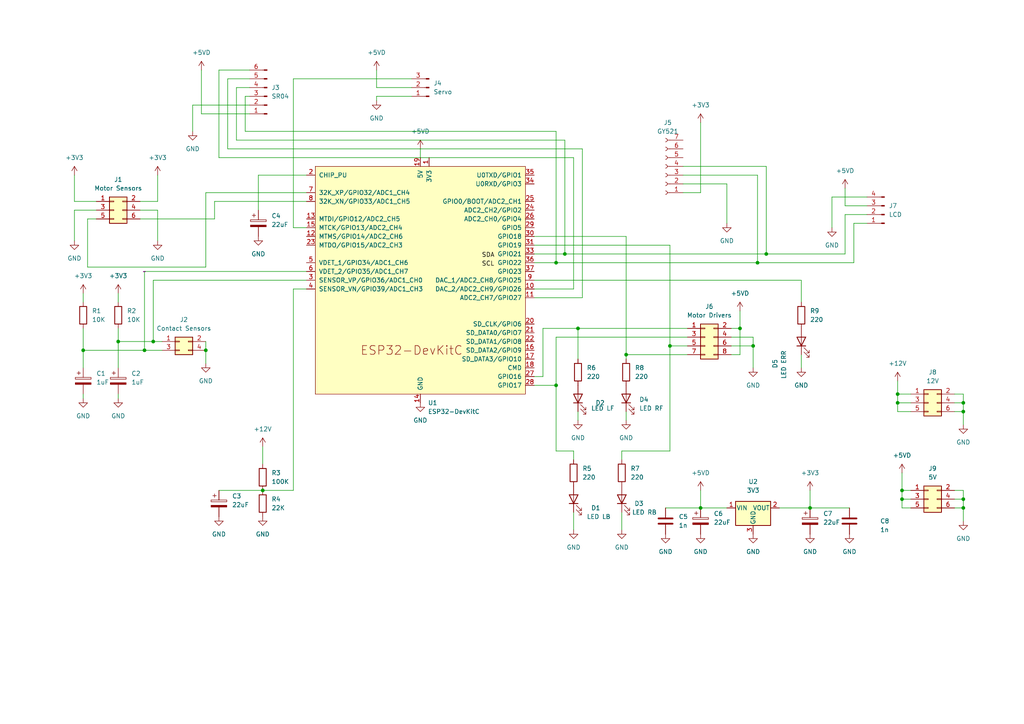
<source format=kicad_sch>
(kicad_sch (version 20230121) (generator eeschema)
  (paper "A4")
  (title_block (title "Whellino ESP32") (date "2023-08-09") (rev "0.6.0"))
  (lib_symbols
    (symbol "Connector:Conn_01x03_Pin" (pin_names (offset 1.016) hide)
      (property "Reference" "J" (at 0 5.08 0))
      (property "Value" "Conn_01x03_Pin" (at 0 -5.08 0))
      (symbol "Conn_01x03_Pin_1_1"
        (polyline (pts (xy 1.27 -2.54) (xy 0.8636 -2.54)) (stroke (width 0.1524)))
        (polyline (pts (xy 1.27 0) (xy 0.8636 0)) (stroke (width 0.1524)))
        (polyline (pts (xy 1.27 2.54) (xy 0.8636 2.54)) (stroke (width 0.1524)))
        (rectangle (start 0.8636 -2.413) (end 0 -2.667) (stroke (width 0.1524)) (fill (type outline)))
        (rectangle (start 0.8636 0.127) (end 0 -0.127) (stroke (width 0.1524)) (fill (type outline)))
        (rectangle (start 0.8636 2.667) (end 0 2.413) (stroke (width 0.1524)) (fill (type outline)))
        (pin passive line (at 5.08 2.54 180) (length 3.81) (name "Pin_1") (number "1"))
        (pin passive line (at 5.08 0 180) (length 3.81) (name "Pin_2") (number "2"))
        (pin passive line (at 5.08 -2.54 180) (length 3.81) (name "Pin_3") (number "3"))
      )
    )
    (symbol "Connector:Conn_01x04_Pin" (pin_names (offset 1.016) hide)
      (property "Reference" "J" (at 0 5.08 0))
      (property "Value" "Conn_01x04_Pin" (at 0 -7.62 0))
      (symbol "Conn_01x04_Pin_1_1"
        (polyline (pts (xy 1.27 -5.08) (xy 0.8636 -5.08)) (stroke (width 0.1524)))
        (polyline (pts (xy 1.27 -2.54) (xy 0.8636 -2.54)) (stroke (width 0.1524)))
        (polyline (pts (xy 1.27 0) (xy 0.8636 0)) (stroke (width 0.1524)))
        (polyline (pts (xy 1.27 2.54) (xy 0.8636 2.54)) (stroke (width 0.1524)))
        (rectangle (start 0.8636 -4.953) (end 0 -5.207) (stroke (width 0.1524)) (fill (type outline)))
        (rectangle (start 0.8636 -2.413) (end 0 -2.667) (stroke (width 0.1524)) (fill (type outline)))
        (rectangle (start 0.8636 0.127) (end 0 -0.127) (stroke (width 0.1524)) (fill (type outline)))
        (rectangle (start 0.8636 2.667) (end 0 2.413) (stroke (width 0.1524)) (fill (type outline)))
        (pin passive line (at 5.08 2.54 180) (length 3.81) (name "Pin_1") (number "1"))
        (pin passive line (at 5.08 0 180) (length 3.81) (name "Pin_2") (number "2"))
        (pin passive line (at 5.08 -2.54 180) (length 3.81) (name "Pin_3") (number "3"))
        (pin passive line (at 5.08 -5.08 180) (length 3.81) (name "Pin_4") (number "4"))
      )
    )
    (symbol "Connector:Conn_01x06_Pin" (pin_names (offset 1.016) hide)
      (property "Reference" "J" (at 0 7.62 0))
      (property "Value" "Conn_01x06_Pin" (at 0 -10.16 0))
      (symbol "Conn_01x06_Pin_1_1"
        (polyline (pts (xy 1.27 -7.62) (xy 0.8636 -7.62)) (stroke (width 0.1524)))
        (polyline (pts (xy 1.27 -5.08) (xy 0.8636 -5.08)) (stroke (width 0.1524)))
        (polyline (pts (xy 1.27 -2.54) (xy 0.8636 -2.54)) (stroke (width 0.1524)))
        (polyline (pts (xy 1.27 0) (xy 0.8636 0)) (stroke (width 0.1524)))
        (polyline (pts (xy 1.27 2.54) (xy 0.8636 2.54)) (stroke (width 0.1524)))
        (polyline (pts (xy 1.27 5.08) (xy 0.8636 5.08)) (stroke (width 0.1524)))
        (rectangle (start 0.8636 -7.493) (end 0 -7.747) (stroke (width 0.1524)) (fill (type outline)))
        (rectangle (start 0.8636 -4.953) (end 0 -5.207) (stroke (width 0.1524)) (fill (type outline)))
        (rectangle (start 0.8636 -2.413) (end 0 -2.667) (stroke (width 0.1524)) (fill (type outline)))
        (rectangle (start 0.8636 0.127) (end 0 -0.127) (stroke (width 0.1524)) (fill (type outline)))
        (rectangle (start 0.8636 2.667) (end 0 2.413) (stroke (width 0.1524)) (fill (type outline)))
        (rectangle (start 0.8636 5.207) (end 0 4.953) (stroke (width 0.1524)) (fill (type outline)))
        (pin passive line (at 5.08 5.08 180) (length 3.81) (name "Pin_1") (number "1"))
        (pin passive line (at 5.08 2.54 180) (length 3.81) (name "Pin_2") (number "2"))
        (pin passive line (at 5.08 0 180) (length 3.81) (name "Pin_3") (number "3"))
        (pin passive line (at 5.08 -2.54 180) (length 3.81) (name "Pin_4") (number "4"))
        (pin passive line (at 5.08 -5.08 180) (length 3.81) (name "Pin_5") (number "5"))
        (pin passive line (at 5.08 -7.62 180) (length 3.81) (name "Pin_6") (number "6"))
      )
    )
    (symbol "Connector:Conn_01x07_Socket" (pin_names (offset 1.016) hide)
      (property "Reference" "J" (at 0 10.16 0))
      (property "Value" "Conn_01x07_Socket" (at 0 -10.16 0))
      (symbol "Conn_01x07_Socket_1_1"
        (arc (start 0 -7.112) (mid -0.5058 -7.62) (end 0 -8.128) (stroke (width 0.1524)))
        (arc (start 0 -4.572) (mid -0.5058 -5.08) (end 0 -5.588) (stroke (width 0.1524)))
        (arc (start 0 -2.032) (mid -0.5058 -2.54) (end 0 -3.048) (stroke (width 0.1524)))
        (polyline (pts (xy -1.27 -7.62) (xy -0.508 -7.62)) (stroke (width 0.1524)))
        (polyline (pts (xy -1.27 -5.08) (xy -0.508 -5.08)) (stroke (width 0.1524)))
        (polyline (pts (xy -1.27 -2.54) (xy -0.508 -2.54)) (stroke (width 0.1524)))
        (polyline (pts (xy -1.27 0) (xy -0.508 0)) (stroke (width 0.1524)))
        (polyline (pts (xy -1.27 2.54) (xy -0.508 2.54)) (stroke (width 0.1524)))
        (polyline (pts (xy -1.27 5.08) (xy -0.508 5.08)) (stroke (width 0.1524)))
        (polyline (pts (xy -1.27 7.62) (xy -0.508 7.62)) (stroke (width 0.1524)))
        (arc (start 0 0.508) (mid -0.5058 0) (end 0 -0.508) (stroke (width 0.1524)))
        (arc (start 0 3.048) (mid -0.5058 2.54) (end 0 2.032) (stroke (width 0.1524)))
        (arc (start 0 5.588) (mid -0.5058 5.08) (end 0 4.572) (stroke (width 0.1524)))
        (arc (start 0 8.128) (mid -0.5058 7.62) (end 0 7.112) (stroke (width 0.1524)))
        (pin passive line (at -5.08 7.62 0) (length 3.81) (name "Pin_1") (number "1"))
        (pin passive line (at -5.08 5.08 0) (length 3.81) (name "Pin_2") (number "2"))
        (pin passive line (at -5.08 2.54 0) (length 3.81) (name "Pin_3") (number "3"))
        (pin passive line (at -5.08 0 0) (length 3.81) (name "Pin_4") (number "4"))
        (pin passive line (at -5.08 -2.54 0) (length 3.81) (name "Pin_5") (number "5"))
        (pin passive line (at -5.08 -5.08 0) (length 3.81) (name "Pin_6") (number "6"))
        (pin passive line (at -5.08 -7.62 0) (length 3.81) (name "Pin_7") (number "7"))
      )
    )
    (symbol "Connector_Generic:Conn_02x02_Odd_Even" (pin_names (offset 1.016) hide)
      (property "Reference" "J" (at 1.27 2.54 0))
      (property "Value" "Conn_02x02_Odd_Even" (at 1.27 -5.08 0))
      (symbol "Conn_02x02_Odd_Even_1_1"
        (rectangle (start -1.27 -2.413) (end 0 -2.667) (stroke (width 0.1524)))
        (rectangle (start -1.27 0.127) (end 0 -0.127) (stroke (width 0.1524)))
        (rectangle (start -1.27 1.27) (end 3.81 -3.81) (stroke (width 0.254)) (fill (type background)))
        (rectangle (start 3.81 -2.413) (end 2.54 -2.667) (stroke (width 0.1524)))
        (rectangle (start 3.81 0.127) (end 2.54 -0.127) (stroke (width 0.1524)))
        (pin passive line (at -5.08 0 0) (length 3.81) (name "Pin_1") (number "1"))
        (pin passive line (at 7.62 0 180) (length 3.81) (name "Pin_2") (number "2"))
        (pin passive line (at -5.08 -2.54 0) (length 3.81) (name "Pin_3") (number "3"))
        (pin passive line (at 7.62 -2.54 180) (length 3.81) (name "Pin_4") (number "4"))
      )
    )
    (symbol "Connector_Generic:Conn_02x03_Odd_Even" (pin_names (offset 1.016) hide)
      (property "Reference" "J" (at 1.27 5.08 0))
      (property "Value" "Conn_02x03_Odd_Even" (at 1.27 -5.08 0))
      (symbol "Conn_02x03_Odd_Even_1_1"
        (rectangle (start -1.27 -2.413) (end 0 -2.667) (stroke (width 0.1524)))
        (rectangle (start -1.27 0.127) (end 0 -0.127) (stroke (width 0.1524)))
        (rectangle (start -1.27 2.667) (end 0 2.413) (stroke (width 0.1524)))
        (rectangle (start -1.27 3.81) (end 3.81 -3.81) (stroke (width 0.254)) (fill (type background)))
        (rectangle (start 3.81 -2.413) (end 2.54 -2.667) (stroke (width 0.1524)))
        (rectangle (start 3.81 0.127) (end 2.54 -0.127) (stroke (width 0.1524)))
        (rectangle (start 3.81 2.667) (end 2.54 2.413) (stroke (width 0.1524)))
        (pin passive line (at -5.08 2.54 0) (length 3.81) (name "Pin_1") (number "1"))
        (pin passive line (at 7.62 2.54 180) (length 3.81) (name "Pin_2") (number "2"))
        (pin passive line (at -5.08 0 0) (length 3.81) (name "Pin_3") (number "3"))
        (pin passive line (at 7.62 0 180) (length 3.81) (name "Pin_4") (number "4"))
        (pin passive line (at -5.08 -2.54 0) (length 3.81) (name "Pin_5") (number "5"))
        (pin passive line (at 7.62 -2.54 180) (length 3.81) (name "Pin_6") (number "6"))
      )
    )
    (symbol "Connector_Generic:Conn_02x04_Odd_Even" (pin_names (offset 1.016) hide)
      (property "Reference" "J" (at 1.27 5.08 0))
      (property "Value" "Conn_02x04_Odd_Even" (at 1.27 -7.62 0))
      (symbol "Conn_02x04_Odd_Even_1_1"
        (rectangle (start -1.27 -4.953) (end 0 -5.207) (stroke (width 0.1524)))
        (rectangle (start -1.27 -2.413) (end 0 -2.667) (stroke (width 0.1524)))
        (rectangle (start -1.27 0.127) (end 0 -0.127) (stroke (width 0.1524)))
        (rectangle (start -1.27 2.667) (end 0 2.413) (stroke (width 0.1524)))
        (rectangle (start -1.27 3.81) (end 3.81 -6.35) (stroke (width 0.254)) (fill (type background)))
        (rectangle (start 3.81 -4.953) (end 2.54 -5.207) (stroke (width 0.1524)))
        (rectangle (start 3.81 -2.413) (end 2.54 -2.667) (stroke (width 0.1524)))
        (rectangle (start 3.81 0.127) (end 2.54 -0.127) (stroke (width 0.1524)))
        (rectangle (start 3.81 2.667) (end 2.54 2.413) (stroke (width 0.1524)))
        (pin passive line (at -5.08 2.54 0) (length 3.81) (name "Pin_1") (number "1"))
        (pin passive line (at 7.62 2.54 180) (length 3.81) (name "Pin_2") (number "2"))
        (pin passive line (at -5.08 0 0) (length 3.81) (name "Pin_3") (number "3"))
        (pin passive line (at 7.62 0 180) (length 3.81) (name "Pin_4") (number "4"))
        (pin passive line (at -5.08 -2.54 0) (length 3.81) (name "Pin_5") (number "5"))
        (pin passive line (at 7.62 -2.54 180) (length 3.81) (name "Pin_6") (number "6"))
        (pin passive line (at -5.08 -5.08 0) (length 3.81) (name "Pin_7") (number "7"))
        (pin passive line (at 7.62 -5.08 180) (length 3.81) (name "Pin_8") (number "8"))
      )
    )
    (symbol "Device:C" (pin_numbers hide) (pin_names (offset 0.254))
      (property "Reference" "C" (at 0.635 2.54 0))
      (property "Value" "C" (at 0.635 -2.54 0))
      (symbol "C_0_1"
        (polyline (pts (xy -2.032 -0.762) (xy 2.032 -0.762)) (stroke (width 0.508)))
        (polyline (pts (xy -2.032 0.762) (xy 2.032 0.762)) (stroke (width 0.508)))
      )
      (symbol "C_1_1"
        (pin passive line (at 0 3.81 270) (length 2.794) (name "~") (number "1"))
        (pin passive line (at 0 -3.81 90) (length 2.794) (name "~") (number "2"))
      )
    )
    (symbol "Device:C_Polarized" (pin_numbers hide) (pin_names (offset 0.254))
      (property "Reference" "C" (at 0.635 2.54 0))
      (property "Value" "C_Polarized" (at 0.635 -2.54 0))
      (symbol "C_Polarized_0_1"
        (rectangle (start -2.286 0.508) (end 2.286 1.016))
        (polyline (pts (xy -1.778 2.286) (xy -0.762 2.286)))
        (polyline (pts (xy -1.27 2.794) (xy -1.27 1.778)))
        (rectangle (start 2.286 -0.508) (end -2.286 -1.016) (fill (type outline)))
      )
      (symbol "C_Polarized_1_1"
        (pin passive line (at 0 3.81 270) (length 2.794) (name "~") (number "1"))
        (pin passive line (at 0 -3.81 90) (length 2.794) (name "~") (number "2"))
      )
    )
    (symbol "Device:LED" (pin_numbers hide) (pin_names (offset 1.016) hide)
      (property "Reference" "D" (at 0 2.54 0))
      (property "Value" "LED" (at 0 -2.54 0))
      (symbol "LED_0_1"
        (polyline (pts (xy -1.27 -1.27) (xy -1.27 1.27)) (stroke (width 0.254)))
        (polyline (pts (xy -1.27 0) (xy 1.27 0)))
        (polyline (pts (xy 1.27 -1.27) (xy 1.27 1.27) (xy -1.27 0) (xy 1.27 -1.27)) (stroke (width 0.254)))
        (polyline (pts (xy -3.048 -0.762) (xy -4.572 -2.286) (xy -3.81 -2.286) (xy -4.572 -2.286) (xy -4.572 -1.524)))
        (polyline (pts (xy -1.778 -0.762) (xy -3.302 -2.286) (xy -2.54 -2.286) (xy -3.302 -2.286) (xy -3.302 -1.524)))
      )
      (symbol "LED_1_1"
        (pin passive line (at -3.81 0 0) (length 2.54) (name "K") (number "1"))
        (pin passive line (at 3.81 0 180) (length 2.54) (name "A") (number "2"))
      )
    )
    (symbol "Device:R" (pin_numbers hide) (pin_names (offset 0))
      (property "Reference" "R" (at 2.032 0 90))
      (property "Value" "R" (at 0 0 90))
      (symbol "R_0_1"
        (rectangle (start -1.016 -2.54) (end 1.016 2.54) (stroke (width 0.254)))
      )
      (symbol "R_1_1"
        (pin passive line (at 0 3.81 270) (length 1.27) (name "~") (number "1"))
        (pin passive line (at 0 -3.81 90) (length 1.27) (name "~") (number "2"))
      )
    )
    (symbol "PCM_Espressif:ESP32-DevKitC" (pin_names (offset 1.016))
      (property "Reference" "U" (at -30.48 38.1 0))
      (property "Value" "ESP32-DevKitC" (at -30.48 35.56 0))
      (symbol "ESP32-DevKitC_0_0"
        (text "ESP32-DevKitC" (at -2.54 -20.32 0) (effects (font (size 2.54 2.54))))
        (pin power_in line (at 0 -35.56 90) (length 2.54) (name "GND") (number "14"))
        (pin power_in line (at 0 35.56 270) (length 2.54) (name "5V") (number "19"))
      )
      (symbol "ESP32-DevKitC_0_1"
        (rectangle (start -30.48 33.02) (end 30.48 -33.02) (fill (type background)))
      )
      (symbol "ESP32-DevKitC_1_1"
        (pin power_in line (at 2.54 35.56 270) (length 2.54) (name "3V3") (number "1"))
        (pin bidirectional line (at 33.02 -2.54 180) (length 2.54) (name "DAC_2/ADC2_CH9/GPIO26") (number "10"))
        (pin bidirectional line (at 33.02 -5.08 180) (length 2.54) (name "ADC2_CH7/GPIO27") (number "11"))
        (pin bidirectional line (at -33.02 12.7 0) (length 2.54) (name "MTMS/GPIO14/ADC2_CH6") (number "12"))
        (pin bidirectional line (at -33.02 17.78 0) (length 2.54) (name "MTDI/GPIO12/ADC2_CH5") (number "13"))
        (pin bidirectional line (at -33.02 15.24 0) (length 2.54) (name "MTCK/GPIO13/ADC2_CH4") (number "15"))
        (pin bidirectional line (at 33.02 -20.32 180) (length 2.54) (name "SD_DATA2/GPIO9") (number "16"))
        (pin bidirectional line (at 33.02 -22.86 180) (length 2.54) (name "SD_DATA3/GPIO10") (number "17"))
        (pin bidirectional line (at 33.02 -25.4 180) (length 2.54) (name "CMD") (number "18"))
        (pin input line (at -33.02 30.48 0) (length 2.54) (name "CHIP_PU") (number "2"))
        (pin bidirectional line (at 33.02 -12.7 180) (length 2.54) (name "SD_CLK/GPIO6") (number "20"))
        (pin bidirectional line (at 33.02 -15.24 180) (length 2.54) (name "SD_DATA0/GPIO7") (number "21"))
        (pin bidirectional line (at 33.02 -17.78 180) (length 2.54) (name "SD_DATA1/GPIO8") (number "22"))
        (pin bidirectional line (at -33.02 10.16 0) (length 2.54) (name "MTDO/GPIO15/ADC2_CH3") (number "23"))
        (pin bidirectional line (at 33.02 20.32 180) (length 2.54) (name "ADC2_CH2/GPIO2") (number "24"))
        (pin bidirectional line (at 33.02 22.86 180) (length 2.54) (name "GPIO0/BOOT/ADC2_CH1") (number "25"))
        (pin bidirectional line (at 33.02 17.78 180) (length 2.54) (name "ADC2_CH0/GPIO4") (number "26"))
        (pin bidirectional line (at 33.02 -27.94 180) (length 2.54) (name "GPIO16") (number "27"))
        (pin bidirectional line (at 33.02 -30.48 180) (length 2.54) (name "GPIO17") (number "28"))
        (pin bidirectional line (at 33.02 15.24 180) (length 2.54) (name "GPIO5") (number "29"))
        (pin input line (at -33.02 0 0) (length 2.54) (name "SENSOR_VP/GPIO36/ADC1_CH0") (number "3"))
        (pin bidirectional line (at 33.02 12.7 180) (length 2.54) (name "GPIO18") (number "30"))
        (pin bidirectional line (at 33.02 10.16 180) (length 2.54) (name "GPIO19") (number "31"))
        (pin passive line (at 0 -35.56 90) (length 2.54) hide (name "GND") (number "32"))
        (pin bidirectional line (at 33.02 7.62 180) (length 2.54) (name "GPIO21") (number "33"))
        (pin bidirectional line (at 33.02 27.94 180) (length 2.54) (name "U0RXD/GPIO3") (number "34"))
        (pin bidirectional line (at 33.02 30.48 180) (length 2.54) (name "U0TXD/GPIO1") (number "35"))
        (pin bidirectional line (at 33.02 5.08 180) (length 2.54) (name "GPIO22") (number "36"))
        (pin bidirectional line (at 33.02 2.54 180) (length 2.54) (name "GPIO23") (number "37"))
        (pin passive line (at 0 -35.56 90) (length 2.54) hide (name "GND") (number "38"))
        (pin input line (at -33.02 -2.54 0) (length 2.54) (name "SENSOR_VN/GPIO39/ADC1_CH3") (number "4"))
        (pin input line (at -33.02 5.08 0) (length 2.54) (name "VDET_1/GPIO34/ADC1_CH6") (number "5"))
        (pin input line (at -33.02 2.54 0) (length 2.54) (name "VDET_2/GPIO35/ADC1_CH7") (number "6"))
        (pin bidirectional line (at -33.02 25.4 0) (length 2.54) (name "32K_XP/GPIO32/ADC1_CH4") (number "7"))
        (pin bidirectional line (at -33.02 22.86 0) (length 2.54) (name "32K_XN/GPIO33/ADC1_CH5") (number "8"))
        (pin bidirectional line (at 33.02 0 180) (length 2.54) (name "DAC_1/ADC2_CH8/GPIO25") (number "9"))
      )
    )
    (symbol "Regulator_Linear:AP2204R-3.3" (pin_names (offset 0.254))
      (property "Reference" "U1" (at 0 7.62 0))
      (property "Value" "3V3" (at 0 5.08 0))
      (symbol "AP2204R-3.3_0_1"
        (rectangle (start -5.08 1.905) (end 5.08 -5.08) (stroke (width 0.254)) (fill (type background)))
      )
      (symbol "AP2204R-3.3_1_1"
        (pin power_in line (at -7.62 0 0) (length 2.54) (name "VIN") (number "1"))
        (pin power_out line (at 7.62 0 180) (length 2.54) (name "VOUT") (number "2"))
        (pin power_in line (at 0 -7.62 90) (length 2.54) (name "GND") (number "3"))
      )
    )
    (symbol "power:+12V" (power) (pin_names (offset 0))
      (property "Value" "+12V" (at 0 3.556 0))
      (symbol "+12V_0_1"
        (polyline (pts (xy -0.762 1.27) (xy 0 2.54)))
        (polyline (pts (xy 0 0) (xy 0 2.54)))
        (polyline (pts (xy 0 2.54) (xy 0.762 1.27)))
      )
      (symbol "+12V_1_1"
        (pin power_in line (at 0 0 90) (length 0) hide (name "+12V") (number "1"))
      )
    )
    (symbol "power:+3.3V" (power) (pin_names (offset 0))
      (property "Value" "+3.3V" (at 0 3.556 0))
      (symbol "+3.3V_0_1"
        (polyline (pts (xy -0.762 1.27) (xy 0 2.54)))
        (polyline (pts (xy 0 0) (xy 0 2.54)))
        (polyline (pts (xy 0 2.54) (xy 0.762 1.27)))
      )
      (symbol "+3.3V_1_1"
        (pin power_in line (at 0 0 90) (length 0) hide (name "+3V3") (number "1"))
      )
    )
    (symbol "power:+5VD" (power) (pin_names (offset 0))
      (property "Value" "+5VD" (at 0 3.556 0))
      (symbol "+5VD_0_1"
        (polyline (pts (xy -0.762 1.27) (xy 0 2.54)))
        (polyline (pts (xy 0 0) (xy 0 2.54)))
        (polyline (pts (xy 0 2.54) (xy 0.762 1.27)))
      )
      (symbol "+5VD_1_1"
        (pin power_in line (at 0 0 90) (length 0) hide (name "+5VD") (number "1"))
      )
    )
    (symbol "power:GND" (power) (pin_names (offset 0))
      (property "Value" "GND" (at 0 -3.81 0))
      (symbol "GND_0_1"
        (polyline (pts (xy 0 0) (xy 0 -1.27) (xy 1.27 -1.27) (xy 0 -2.54) (xy -1.27 -1.27) (xy 0 -1.27)))
      )
      (symbol "GND_1_1"
        (pin power_in line (at 0 0 270) (length 0) hide (name "GND") (number "1"))
      )
    )
  )
  (junction (at 41.91 101.6))
  (junction (at 261.62 142.24))
  (junction (at 44.45 99.06))
  (junction (at 279.4 116.84))
  (junction (at 279.4 147.32))
  (junction (at 181.61 102.87))
  (junction (at 260.35 116.84))
  (junction (at 76.2 142.24))
  (junction (at 218.44 100.33))
  (junction (at 234.95 147.32))
  (junction (at 161.29 111.76))
  (junction (at 194.31 100.33))
  (junction (at 203.2 147.32))
  (junction (at 34.29 99.06))
  (junction (at 279.4 119.38))
  (junction (at 167.64 95.25))
  (junction (at 161.29 76.2))
  (junction (at 222.25 73.66))
  (junction (at 261.62 144.78))
  (junction (at 260.35 114.3))
  (junction (at 163.83 73.66))
  (junction (at 59.69 101.6))
  (junction (at 279.4 144.78))
  (junction (at 24.13 101.6))
  (junction (at 214.63 95.25))
  (junction (at 219.71 76.2))
  (wire (pts (xy 251.46 64.77) (xy 247.65 64.77)))
  (wire (pts (xy 76.2 134.62) (xy 76.2 129.54)))
  (wire (pts (xy 161.29 97.79) (xy 161.29 111.76)))
  (wire (pts (xy 279.4 119.38) (xy 279.4 123.19)))
  (wire (pts (xy 109.22 27.94) (xy 119.38 27.94)))
  (wire (pts (xy 63.5 45.72) (xy 63.5 20.32)))
  (wire (pts (xy 163.83 73.66) (xy 222.25 73.66)))
  (wire (pts (xy 260.35 116.84) (xy 264.16 116.84)))
  (wire (pts (xy 25.4 63.5) (xy 27.94 63.5)))
  (wire (pts (xy 34.29 99.06) (xy 44.45 99.06)))
  (wire (pts (xy 44.45 81.28) (xy 44.45 99.06)))
  (wire (pts (xy 214.63 90.17) (xy 214.63 95.25)))
  (wire (pts (xy 180.34 148.59) (xy 180.34 153.67)))
  (wire (pts (xy 167.64 95.25) (xy 199.39 95.25)))
  (wire (pts (xy 44.45 99.06) (xy 46.99 99.06)))
  (wire (pts (xy 154.94 68.58) (xy 181.61 68.58)))
  (wire (pts (xy 88.9 55.88) (xy 59.69 55.88)))
  (wire (pts (xy 34.29 114.3) (xy 34.29 115.57)))
  (wire (pts (xy 241.3 57.15) (xy 251.46 57.15)))
  (wire (pts (xy 59.69 101.6) (xy 59.69 105.41)))
  (wire (pts (xy 276.86 142.24) (xy 279.4 142.24)))
  (wire (pts (xy 261.62 142.24) (xy 264.16 142.24)))
  (wire (pts (xy 59.69 99.06) (xy 59.69 101.6)))
  (wire (pts (xy 21.59 58.42) (xy 27.94 58.42)))
  (wire (pts (xy 234.95 142.24) (xy 234.95 147.32)))
  (wire (pts (xy 41.91 78.74) (xy 41.91 101.6)))
  (wire (pts (xy 68.58 40.64) (xy 68.58 25.4)))
  (wire (pts (xy 154.94 73.66) (xy 163.83 73.66)))
  (wire (pts (xy 279.4 114.3) (xy 279.4 116.84)))
  (wire (pts (xy 199.39 97.79) (xy 161.29 97.79)))
  (wire (pts (xy 68.58 25.4) (xy 72.39 25.4)))
  (wire (pts (xy 276.86 119.38) (xy 279.4 119.38)))
  (wire (pts (xy 154.94 71.12) (xy 194.31 71.12)))
  (wire (pts (xy 232.41 81.28) (xy 154.94 81.28)))
  (wire (pts (xy 279.4 116.84) (xy 279.4 119.38)))
  (wire (pts (xy 66.04 43.18) (xy 66.04 22.86)))
  (wire (pts (xy 198.12 55.88) (xy 203.2 55.88)))
  (wire (pts (xy 161.29 76.2) (xy 219.71 76.2)))
  (wire (pts (xy 232.41 87.63) (xy 232.41 81.28)))
  (wire (pts (xy 214.63 102.87) (xy 214.63 95.25)))
  (wire (pts (xy 59.69 55.88) (xy 59.69 77.47)))
  (wire (pts (xy 279.4 144.78) (xy 279.4 147.32)))
  (wire (pts (xy 261.62 137.16) (xy 261.62 142.24)))
  (wire (pts (xy 198.12 53.34) (xy 210.82 53.34)))
  (wire (pts (xy 34.29 95.25) (xy 34.29 99.06)))
  (wire (pts (xy 212.09 97.79) (xy 218.44 97.79)))
  (wire (pts (xy 276.86 147.32) (xy 279.4 147.32)))
  (wire (pts (xy 279.4 147.32) (xy 279.4 151.13)))
  (wire (pts (xy 74.93 50.8) (xy 88.9 50.8)))
  (wire (pts (xy 74.93 60.96) (xy 74.93 50.8)))
  (wire (pts (xy 245.11 59.69) (xy 251.46 59.69)))
  (wire (pts (xy 109.22 25.4) (xy 119.38 25.4)))
  (wire (pts (xy 167.64 95.25) (xy 167.64 104.14)))
  (wire (pts (xy 71.12 38.1) (xy 71.12 27.94)))
  (wire (pts (xy 203.2 142.24) (xy 203.2 147.32)))
  (wire (pts (xy 58.42 20.32) (xy 58.42 33.02)))
  (wire (pts (xy 88.9 58.42) (xy 62.23 58.42)))
  (wire (pts (xy 264.16 119.38) (xy 260.35 119.38)))
  (wire (pts (xy 194.31 71.12) (xy 194.31 100.33)))
  (wire (pts (xy 218.44 97.79) (xy 218.44 100.33)))
  (wire (pts (xy 166.37 83.82) (xy 166.37 45.72)))
  (wire (pts (xy 157.48 109.22) (xy 157.48 95.25)))
  (wire (pts (xy 198.12 50.8) (xy 219.71 50.8)))
  (wire (pts (xy 154.94 76.2) (xy 161.29 76.2)))
  (wire (pts (xy 63.5 20.32) (xy 72.39 20.32)))
  (wire (pts (xy 41.91 78.74) (xy 88.9 78.74)))
  (wire (pts (xy 161.29 76.2) (xy 161.29 38.1)))
  (wire (pts (xy 181.61 119.38) (xy 181.61 121.92)))
  (wire (pts (xy 85.09 142.24) (xy 76.2 142.24)))
  (wire (pts (xy 163.83 73.66) (xy 163.83 40.64)))
  (wire (pts (xy 247.65 64.77) (xy 247.65 76.2)))
  (wire (pts (xy 85.09 83.82) (xy 88.9 83.82)))
  (wire (pts (xy 45.72 60.96) (xy 45.72 69.85)))
  (wire (pts (xy 241.3 57.15) (xy 241.3 66.04)))
  (wire (pts (xy 180.34 130.81) (xy 180.34 133.35)))
  (wire (pts (xy 55.88 30.48) (xy 55.88 38.1)))
  (wire (pts (xy 203.2 147.32) (xy 210.82 147.32)))
  (wire (pts (xy 194.31 100.33) (xy 199.39 100.33)))
  (wire (pts (xy 24.13 101.6) (xy 41.91 101.6)))
  (wire (pts (xy 261.62 144.78) (xy 264.16 144.78)))
  (wire (pts (xy 261.62 144.78) (xy 261.62 147.32)))
  (wire (pts (xy 181.61 102.87) (xy 199.39 102.87)))
  (wire (pts (xy 154.94 86.36) (xy 168.91 86.36)))
  (wire (pts (xy 72.39 30.48) (xy 55.88 30.48)))
  (wire (pts (xy 260.35 116.84) (xy 260.35 119.38)))
  (wire (pts (xy 63.5 45.72) (xy 166.37 45.72)))
  (wire (pts (xy 219.71 76.2) (xy 247.65 76.2)))
  (wire (pts (xy 45.72 58.42) (xy 45.72 50.8)))
  (wire (pts (xy 214.63 95.25) (xy 212.09 95.25)))
  (wire (pts (xy 260.35 114.3) (xy 264.16 114.3)))
  (wire (pts (xy 222.25 48.26) (xy 222.25 73.66)))
  (wire (pts (xy 245.11 62.23) (xy 245.11 73.66)))
  (wire (pts (xy 260.35 114.3) (xy 260.35 116.84)))
  (wire (pts (xy 85.09 66.04) (xy 88.9 66.04)))
  (wire (pts (xy 157.48 109.22) (xy 154.94 109.22)))
  (wire (pts (xy 109.22 29.21) (xy 109.22 27.94)))
  (wire (pts (xy 168.91 86.36) (xy 168.91 43.18)))
  (wire (pts (xy 21.59 69.85) (xy 21.59 60.96)))
  (wire (pts (xy 226.06 147.32) (xy 234.95 147.32)))
  (wire (pts (xy 44.45 81.28) (xy 88.9 81.28)))
  (wire (pts (xy 276.86 116.84) (xy 279.4 116.84)))
  (wire (pts (xy 219.71 50.8) (xy 219.71 76.2)))
  (wire (pts (xy 218.44 100.33) (xy 218.44 106.68)))
  (wire (pts (xy 245.11 62.23) (xy 251.46 62.23)))
  (wire (pts (xy 193.04 147.32) (xy 203.2 147.32)))
  (wire (pts (xy 234.95 147.32) (xy 246.38 147.32)))
  (wire (pts (xy 109.22 20.32) (xy 109.22 25.4)))
  (wire (pts (xy 180.34 130.81) (xy 194.31 130.81)))
  (wire (pts (xy 154.94 83.82) (xy 166.37 83.82)))
  (wire (pts (xy 210.82 53.34) (xy 210.82 64.77)))
  (wire (pts (xy 24.13 85.09) (xy 24.13 87.63)))
  (wire (pts (xy 166.37 130.81) (xy 166.37 133.35)))
  (wire (pts (xy 203.2 35.56) (xy 203.2 55.88)))
  (wire (pts (xy 72.39 33.02) (xy 58.42 33.02)))
  (wire (pts (xy 181.61 68.58) (xy 181.61 102.87)))
  (wire (pts (xy 212.09 100.33) (xy 218.44 100.33)))
  (wire (pts (xy 25.4 77.47) (xy 25.4 63.5)))
  (wire (pts (xy 62.23 63.5) (xy 40.64 63.5)))
  (wire (pts (xy 222.25 73.66) (xy 245.11 73.66)))
  (wire (pts (xy 40.64 60.96) (xy 45.72 60.96)))
  (wire (pts (xy 181.61 104.14) (xy 181.61 102.87)))
  (wire (pts (xy 66.04 22.86) (xy 72.39 22.86)))
  (wire (pts (xy 24.13 114.3) (xy 24.13 115.57)))
  (wire (pts (xy 279.4 142.24) (xy 279.4 144.78)))
  (wire (pts (xy 85.09 22.86) (xy 85.09 66.04)))
  (wire (pts (xy 24.13 95.25) (xy 24.13 101.6)))
  (wire (pts (xy 166.37 148.59) (xy 166.37 153.67)))
  (wire (pts (xy 121.92 43.18) (xy 121.92 45.72)))
  (wire (pts (xy 59.69 77.47) (xy 25.4 77.47)))
  (wire (pts (xy 71.12 27.94) (xy 72.39 27.94)))
  (wire (pts (xy 157.48 95.25) (xy 167.64 95.25)))
  (wire (pts (xy 154.94 111.76) (xy 161.29 111.76)))
  (wire (pts (xy 34.29 85.09) (xy 34.29 87.63)))
  (wire (pts (xy 66.04 43.18) (xy 168.91 43.18)))
  (wire (pts (xy 41.91 101.6) (xy 46.99 101.6)))
  (wire (pts (xy 63.5 142.24) (xy 76.2 142.24)))
  (wire (pts (xy 85.09 83.82) (xy 85.09 142.24)))
  (wire (pts (xy 264.16 147.32) (xy 261.62 147.32)))
  (wire (pts (xy 161.29 130.81) (xy 166.37 130.81)))
  (wire (pts (xy 194.31 130.81) (xy 194.31 100.33)))
  (wire (pts (xy 212.09 102.87) (xy 214.63 102.87)))
  (wire (pts (xy 161.29 111.76) (xy 161.29 130.81)))
  (wire (pts (xy 21.59 60.96) (xy 27.94 60.96)))
  (wire (pts (xy 276.86 114.3) (xy 279.4 114.3)))
  (wire (pts (xy 85.09 22.86) (xy 119.38 22.86)))
  (wire (pts (xy 232.41 102.87) (xy 232.41 106.68)))
  (wire (pts (xy 163.83 40.64) (xy 68.58 40.64)))
  (wire (pts (xy 245.11 54.61) (xy 245.11 59.69)))
  (wire (pts (xy 167.64 121.92) (xy 167.64 119.38)))
  (wire (pts (xy 222.25 48.26) (xy 198.12 48.26)))
  (wire (pts (xy 260.35 110.49) (xy 260.35 114.3)))
  (wire (pts (xy 34.29 99.06) (xy 34.29 106.68)))
  (wire (pts (xy 24.13 101.6) (xy 24.13 106.68)))
  (wire (pts (xy 161.29 38.1) (xy 71.12 38.1)))
  (wire (pts (xy 62.23 58.42) (xy 62.23 63.5)))
  (wire (pts (xy 40.64 58.42) (xy 45.72 58.42)))
  (wire (pts (xy 261.62 142.24) (xy 261.62 144.78)))
  (wire (pts (xy 21.59 50.8) (xy 21.59 58.42)))
  (wire (pts (xy 276.86 144.78) (xy 279.4 144.78)))
  (label "SCL" (at 139.7 77.47 0))
  (label "SDA" (at 139.7 74.93 0))
  (symbol (lib_id "Device:R") (at 166.37 137.16 0) (unit 1)
    (property "Reference" "R5" (at 168.91 135.89 0) (effects (justify left)))
    (property "Value" "220" (at 168.91 138.43 0) (effects (justify left)))
    (property "Footprint" "Resistor_THT:R_Axial_DIN0207_L6.3mm_D2.5mm_P10.16mm_Horizontal" (effects hide))
  )
  (symbol (lib_id "PCM_Espressif:ESP32-DevKitC") (at 121.92 81.28 0) (unit 1)
    (property "Reference" "U1" (at 124.1141 116.84 0) (effects (justify left)))
    (property "Value" "ESP32-DevKitC" (at 124.1141 119.38 0) (effects (justify left)))
    (property "Footprint" "Whellino:ESP32" (effects hide))
    (property "Datasheet" "https://docs.espressif.com/projects/esp-idf/zh_CN/latest/esp32/hw-reference/esp32/get-started-devkitc.html" (effects hide))
  )
  (symbol (lib_id "Connector:Conn_01x07_Socket") (at 193.04 48.26 180) (unit 1)
    (property "Reference" "J5" (at 193.675 35.56 0))
    (property "Value" "GY521" (at 193.675 38.1 0))
    (property "Footprint" "Connector_PinSocket_2.54mm:PinSocket_1x08_P2.54mm_Vertical" (effects hide))
  )
  (symbol (lib_id "power:+3.3V") (at 45.72 50.8 0) (unit 1)
    (property "Reference" "#PWR07" (effects hide))
    (property "Value" "+3.3V" (at 45.72 45.72 0))
  )
  (symbol (lib_id "Connector:Conn_01x03_Pin") (at 124.46 25.4 180) (unit 1)
    (property "Reference" "J4" (at 125.73 24.13 0) (effects (justify right)))
    (property "Value" "Servo" (at 125.73 26.67 0) (effects (justify right)))
    (property "Footprint" "Connector_PinHeader_2.54mm:PinHeader_1x03_P2.54mm_Vertical" (effects hide))
  )
  (symbol (lib_id "power:+12V") (at 76.2 129.54 0) (unit 1)
    (property "Reference" "#PWR014" (effects hide))
    (property "Value" "+12V" (at 76.2 124.46 0))
  )
  (symbol (lib_id "power:+5VD") (at 58.42 20.32 0) (unit 1)
    (property "Reference" "#PWR011" (effects hide))
    (property "Value" "+5VD" (at 58.42 15.24 0))
  )
  (symbol (lib_id "power:+5VD") (at 214.63 90.17 0) (unit 1)
    (property "Reference" "#PWR029" (effects hide))
    (property "Value" "+5VD" (at 214.63 85.09 0))
  )
  (symbol (lib_id "Device:LED") (at 180.34 144.78 90) (unit 1)
    (property "Reference" "D3" (at 186.69 146.05 90) (effects (justify left)))
    (property "Value" "LED RB" (at 190.5 148.59 90) (effects (justify left)))
    (property "Footprint" "LED_THT:LED_D5.0mm" (effects hide))
  )
  (symbol (lib_id "power:+3.3V") (at 234.95 142.24 0) (unit 1)
    (property "Reference" "#PWR033" (effects hide))
    (property "Value" "+3.3V" (at 234.95 137.16 0))
  )
  (symbol (lib_id "power:+5VD") (at 245.11 54.61 0) (unit 1)
    (property "Reference" "#PWR036" (effects hide))
    (property "Value" "+5VD" (at 245.11 49.53 0))
  )
  (symbol (lib_id "power:GND") (at 218.44 106.68 0) (unit 1)
    (property "Reference" "#PWR030" (effects hide))
    (property "Value" "GND" (at 218.44 111.76 0))
  )
  (symbol (lib_id "Device:LED") (at 232.41 99.06 90) (unit 1)
    (property "Reference" "D5" (at 224.79 104.14 0) (effects (justify right)))
    (property "Value" "LED ERR" (at 227.33 101.6 0) (effects (justify right)))
    (property "Footprint" "LED_THT:LED_D5.0mm" (effects hide))
  )
  (symbol (lib_id "Device:C_Polarized") (at 234.95 151.13 0) (unit 1)
    (property "Reference" "C7" (at 238.76 148.9709 0) (effects (justify left)))
    (property "Value" "22uF" (at 238.76 151.5109 0) (effects (justify left)))
    (property "Footprint" "Capacitor_THT:CP_Radial_D5.0mm_P2.50mm" (effects hide))
  )
  (symbol (lib_id "power:+3.3V") (at 21.59 50.8 0) (unit 1)
    (property "Reference" "#PWR01" (effects hide))
    (property "Value" "+3.3V" (at 21.59 45.72 0))
  )
  (symbol (lib_id "power:GND") (at 76.2 149.86 0) (unit 1)
    (property "Reference" "#PWR015" (effects hide))
    (property "Value" "GND" (at 76.2 154.94 0))
  )
  (symbol (lib_id "power:+5VD") (at 261.62 137.16 0) (unit 1)
    (property "Reference" "#PWR039" (effects hide))
    (property "Value" "+5VD" (at 261.62 132.08 0))
  )
  (symbol (lib_id "Connector:Conn_01x04_Pin") (at 256.54 62.23 180) (unit 1)
    (property "Reference" "J7" (at 257.81 59.69 0) (effects (justify right)))
    (property "Value" "LCD" (at 257.81 62.23 0) (effects (justify right)))
    (property "Footprint" "Connector_PinHeader_2.54mm:PinHeader_1x04_P2.54mm_Vertical" (effects hide))
  )
  (symbol (lib_id "Connector_Generic:Conn_02x03_Odd_Even") (at 269.24 144.78 0) (unit 1)
    (property "Reference" "J9" (at 270.51 135.89 0))
    (property "Value" "5V" (at 270.51 138.43 0))
    (property "Footprint" "Connector_PinHeader_2.54mm:PinHeader_2x03_P2.54mm_Vertical" (effects hide))
  )
  (symbol (lib_id "power:GND") (at 167.64 121.92 0) (unit 1)
    (property "Reference" "#PWR021" (effects hide))
    (property "Value" "GND" (at 167.64 127 0))
  )
  (symbol (lib_id "power:GND") (at 203.2 154.94 0) (unit 1)
    (property "Reference" "#PWR027" (effects hide))
    (property "Value" "GND" (at 203.2 160.02 0))
  )
  (symbol (lib_id "Connector_Generic:Conn_02x03_Odd_Even") (at 269.24 116.84 0) (unit 1)
    (property "Reference" "J8" (at 270.51 107.95 0))
    (property "Value" "12V" (at 270.51 110.49 0))
    (property "Footprint" "Connector_PinHeader_2.54mm:PinHeader_2x03_P2.54mm_Vertical" (effects hide))
  )
  (symbol (lib_id "power:GND") (at 218.44 154.94 0) (unit 1)
    (property "Reference" "#PWR031" (effects hide))
    (property "Value" "GND" (at 218.44 160.02 0))
  )
  (symbol (lib_id "Device:R") (at 232.41 91.44 0) (unit 1)
    (property "Reference" "R9" (at 234.95 90.17 0) (effects (justify left)))
    (property "Value" "220" (at 234.95 92.71 0) (effects (justify left)))
    (property "Footprint" "Resistor_THT:R_Axial_DIN0207_L6.3mm_D2.5mm_P10.16mm_Horizontal" (effects hide))
  )
  (symbol (lib_id "power:GND") (at 55.88 38.1 0) (unit 1)
    (property "Reference" "#PWR09" (effects hide))
    (property "Value" "GND" (at 55.88 43.18 0))
  )
  (symbol (lib_id "power:GND") (at 59.69 105.41 0) (unit 1)
    (property "Reference" "#PWR010" (effects hide))
    (property "Value" "GND" (at 59.69 110.49 0))
  )
  (symbol (lib_id "power:GND") (at 241.3 66.04 0) (unit 1)
    (property "Reference" "#PWR035" (effects hide))
    (property "Value" "GND" (at 241.3 71.12 0))
  )
  (symbol (lib_id "power:GND") (at 166.37 153.67 0) (unit 1)
    (property "Reference" "#PWR020" (effects hide))
    (property "Value" "GND" (at 166.37 158.75 0))
  )
  (symbol (lib_id "power:GND") (at 210.82 64.77 0) (unit 1)
    (property "Reference" "#PWR028" (effects hide))
    (property "Value" "GND" (at 210.82 69.85 0))
  )
  (symbol (lib_id "power:GND") (at 34.29 115.57 0) (unit 1)
    (property "Reference" "#PWR06" (effects hide))
    (property "Value" "GND" (at 34.29 120.65 0))
  )
  (symbol (lib_id "Device:R") (at 76.2 138.43 0) (unit 1)
    (property "Reference" "R3" (at 78.74 137.16 0) (effects (justify left)))
    (property "Value" "100K" (at 78.74 139.7 0) (effects (justify left)))
    (property "Footprint" "Resistor_THT:R_Axial_DIN0207_L6.3mm_D2.5mm_P10.16mm_Horizontal" (effects hide))
  )
  (symbol (lib_id "Connector_Generic:Conn_02x02_Odd_Even") (at 52.07 99.06 0) (unit 1)
    (property "Reference" "J2" (at 53.34 92.71 0))
    (property "Value" "Contact Sensors" (at 53.34 95.25 0))
    (property "Footprint" "Connector_PinHeader_2.54mm:PinHeader_2x02_P2.54mm_Vertical" (effects hide))
  )
  (symbol (lib_id "Device:C_Polarized") (at 74.93 64.77 0) (unit 1)
    (property "Reference" "C4" (at 78.74 62.6109 0) (effects (justify left)))
    (property "Value" "22uF" (at 78.74 65.1509 0) (effects (justify left)))
    (property "Footprint" "Capacitor_THT:CP_Radial_D5.0mm_P2.50mm" (effects hide))
  )
  (symbol (lib_id "Device:R") (at 34.29 91.44 0) (unit 1)
    (property "Reference" "R2" (at 36.83 90.17 0) (effects (justify left)))
    (property "Value" "10K" (at 36.83 92.71 0) (effects (justify left)))
    (property "Footprint" "Resistor_THT:R_Axial_DIN0207_L6.3mm_D2.5mm_P10.16mm_Horizontal" (effects hide))
  )
  (symbol (lib_id "power:+12V") (at 260.35 110.49 0) (unit 1)
    (property "Reference" "#PWR038" (effects hide))
    (property "Value" "+12V" (at 260.35 105.41 0))
  )
  (symbol (lib_id "power:GND") (at 234.95 154.94 0) (unit 1)
    (property "Reference" "#PWR034" (effects hide))
    (property "Value" "GND" (at 234.95 160.02 0))
  )
  (symbol (lib_id "power:+3.3V") (at 24.13 85.09 0) (unit 1)
    (property "Reference" "#PWR03" (effects hide))
    (property "Value" "+3.3V" (at 24.13 80.01 0))
  )
  (symbol (lib_id "power:GND") (at 279.4 151.13 0) (unit 1)
    (property "Reference" "#PWR041" (effects hide))
    (property "Value" "GND" (at 279.4 156.21 0))
  )
  (symbol (lib_id "Device:C_Polarized") (at 34.29 110.49 0) (unit 1)
    (property "Reference" "C2" (at 38.1 108.331 0) (effects (justify left)))
    (property "Value" "1uF" (at 38.1 110.871 0) (effects (justify left)))
    (property "Footprint" "Capacitor_THT:CP_Radial_D5.0mm_P2.50mm" (effects hide))
  )
  (symbol (lib_id "power:GND") (at 45.72 69.85 0) (unit 1)
    (property "Reference" "#PWR08" (effects hide))
    (property "Value" "GND" (at 45.72 74.93 0))
  )
  (symbol (lib_id "power:GND") (at 121.92 116.84 0) (unit 1)
    (property "Reference" "#PWR019" (effects hide))
    (property "Value" "GND" (at 121.92 121.92 0))
  )
  (symbol (lib_id "power:+3.3V") (at 34.29 85.09 0) (unit 1)
    (property "Reference" "#PWR05" (effects hide))
    (property "Value" "+3.3V" (at 34.29 80.01 0))
  )
  (symbol (lib_id "power:GND") (at 193.04 154.94 0) (unit 1)
    (property "Reference" "#PWR024" (effects hide))
    (property "Value" "GND" (at 193.04 160.02 0))
  )
  (symbol (lib_id "power:GND") (at 63.5 149.86 0) (unit 1)
    (property "Reference" "#PWR012" (effects hide))
    (property "Value" "GND" (at 63.5 154.94 0))
  )
  (symbol (lib_id "power:GND") (at 21.59 69.85 0) (unit 1)
    (property "Reference" "#PWR02" (effects hide))
    (property "Value" "GND" (at 21.59 74.93 0))
  )
  (symbol (lib_id "Device:LED") (at 181.61 115.57 90) (unit 1)
    (property "Reference" "D4" (at 185.42 115.8874 90) (effects (justify right)))
    (property "Value" "LED RF" (at 185.42 118.4274 90) (effects (justify right)))
    (property "Footprint" "LED_THT:LED_D5.0mm" (effects hide))
  )
  (symbol (lib_id "Device:C") (at 193.04 151.13 0) (unit 1)
    (property "Reference" "C5" (at 196.85 149.8599 0) (effects (justify left)))
    (property "Value" "1n" (at 196.85 152.3999 0) (effects (justify left)))
    (property "Footprint" "Capacitor_THT:C_Rect_L7.0mm_W2.0mm_P5.00mm" (effects hide))
  )
  (symbol (lib_id "Connector_Generic:Conn_02x03_Odd_Even") (at 33.02 60.96 0) (unit 1)
    (property "Reference" "J1" (at 34.29 52.07 0))
    (property "Value" "Motor Sensors" (at 34.29 54.61 0))
    (property "Footprint" "Connector_PinHeader_2.54mm:PinHeader_2x03_P2.54mm_Vertical" (effects hide))
    (property "Datasheet" "~" (at 41.91 78.74 0))
  )
  (symbol (lib_id "Regulator_Linear:AP2204R-3.3") (at 218.44 147.32 0) (unit 1)
    (property "Reference" "U2" (at 218.44 139.7 0))
    (property "Value" "3V3" (at 218.44 142.24 0))
    (property "Footprint" "Connector_PinHeader_2.54mm:PinHeader_1x03_P2.54mm_Vertical" (effects hide))
  )
  (symbol (lib_id "Device:LED") (at 166.37 144.78 90) (unit 1)
    (property "Reference" "D1" (at 171.45 147.32 90) (effects (justify right)))
    (property "Value" "LED LB" (at 170.18 149.86 90) (effects (justify right)))
    (property "Footprint" "LED_THT:LED_D5.0mm" (effects hide))
  )
  (symbol (lib_id "power:+5VD") (at 203.2 142.24 0) (unit 1)
    (property "Reference" "#PWR026" (effects hide))
    (property "Value" "+5VD" (at 203.2 137.16 0))
  )
  (symbol (lib_id "power:GND") (at 181.61 121.92 0) (unit 1)
    (property "Reference" "#PWR023" (effects hide))
    (property "Value" "GND" (at 181.61 127 0))
  )
  (symbol (lib_id "Device:C_Polarized") (at 203.2 151.13 0) (unit 1)
    (property "Reference" "C6" (at 207.01 148.9709 0) (effects (justify left)))
    (property "Value" "22uF" (at 207.01 151.5109 0) (effects (justify left)))
    (property "Footprint" "Capacitor_THT:CP_Radial_D5.0mm_P2.50mm" (effects hide))
  )
  (symbol (lib_id "Connector_Generic:Conn_02x04_Odd_Even") (at 204.47 97.79 0) (unit 1)
    (property "Reference" "J6" (at 205.74 88.9 0))
    (property "Value" "Motor Drivers" (at 205.74 91.44 0))
    (property "Footprint" "Connector_PinHeader_2.54mm:PinHeader_2x04_P2.54mm_Vertical" (effects hide))
  )
  (symbol (lib_id "power:GND") (at 109.22 29.21 0) (unit 1)
    (property "Reference" "#PWR017" (effects hide))
    (property "Value" "GND" (at 109.22 34.29 0))
  )
  (symbol (lib_id "Device:R") (at 167.64 107.95 0) (unit 1)
    (property "Reference" "R6" (at 170.18 106.68 0) (effects (justify left)))
    (property "Value" "220" (at 170.18 109.22 0) (effects (justify left)))
    (property "Footprint" "Resistor_THT:R_Axial_DIN0207_L6.3mm_D2.5mm_P10.16mm_Horizontal" (effects hide))
  )
  (symbol (lib_id "power:+5VD") (at 121.92 43.18 0) (unit 1)
    (property "Reference" "#PWR018" (effects hide))
    (property "Value" "+5VD" (at 121.92 38.1 0))
  )
  (symbol (lib_id "Device:C_Polarized") (at 63.5 146.05 0) (unit 1)
    (property "Reference" "C3" (at 67.31 143.8909 0) (effects (justify left)))
    (property "Value" "22uF" (at 67.31 146.4309 0) (effects (justify left)))
    (property "Footprint" "Capacitor_THT:CP_Radial_D5.0mm_P2.50mm" (effects hide))
  )
  (symbol (lib_id "Device:R") (at 181.61 107.95 0) (unit 1)
    (property "Reference" "R8" (at 184.15 106.68 0) (effects (justify left)))
    (property "Value" "220" (at 184.15 109.22 0) (effects (justify left)))
    (property "Footprint" "Resistor_THT:R_Axial_DIN0207_L6.3mm_D2.5mm_P10.16mm_Horizontal" (effects hide))
  )
  (symbol (lib_id "Device:C_Polarized") (at 24.13 110.49 0) (unit 1)
    (property "Reference" "C1" (at 27.94 108.331 0) (effects (justify left)))
    (property "Value" "1uF" (at 27.94 110.871 0) (effects (justify left)))
    (property "Footprint" "Capacitor_THT:CP_Radial_D5.0mm_P2.50mm" (effects hide))
  )
  (symbol (lib_id "Connector:Conn_01x06_Pin") (at 77.47 27.94 180) (unit 1)
    (property "Reference" "J3" (at 78.74 25.4 0) (effects (justify right)))
    (property "Value" "SR04" (at 78.74 27.94 0) (effects (justify right)))
    (property "Footprint" "Connector_PinHeader_2.54mm:PinHeader_1x06_P2.54mm_Vertical" (effects hide))
  )
  (symbol (lib_id "power:+5VD") (at 109.22 20.32 0) (unit 1)
    (property "Reference" "#PWR016" (effects hide))
    (property "Value" "+5VD" (at 109.22 15.24 0))
  )
  (symbol (lib_id "Device:R") (at 180.34 137.16 0) (unit 1)
    (property "Reference" "R7" (at 182.88 135.89 0) (effects (justify left)))
    (property "Value" "220" (at 182.88 138.43 0) (effects (justify left)))
    (property "Footprint" "Resistor_THT:R_Axial_DIN0207_L6.3mm_D2.5mm_P10.16mm_Horizontal" (effects hide))
  )
  (symbol (lib_id "power:GND") (at 279.4 123.19 0) (unit 1)
    (property "Reference" "#PWR040" (effects hide))
    (property "Value" "GND" (at 279.4 128.27 0))
  )
  (symbol (lib_id "power:GND") (at 24.13 115.57 0) (unit 1)
    (property "Reference" "#PWR04" (effects hide))
    (property "Value" "GND" (at 24.13 120.65 0))
  )
  (symbol (lib_id "power:GND") (at 246.38 154.94 0) (unit 1)
    (property "Reference" "#PWR037" (effects hide))
    (property "Value" "GND" (at 246.38 160.02 0))
  )
  (symbol (lib_id "power:GND") (at 232.41 106.68 0) (unit 1)
    (property "Reference" "#PWR032" (effects hide))
    (property "Value" "GND" (at 232.41 111.76 0))
  )
  (symbol (lib_id "Device:R") (at 24.13 91.44 0) (unit 1)
    (property "Reference" "R1" (at 26.67 90.17 0) (effects (justify left)))
    (property "Value" "10K" (at 26.67 92.71 0) (effects (justify left)))
    (property "Footprint" "Resistor_THT:R_Axial_DIN0207_L6.3mm_D2.5mm_P10.16mm_Horizontal" (effects hide))
  )
  (symbol (lib_id "Device:R") (at 76.2 146.05 0) (unit 1)
    (property "Reference" "R4" (at 78.74 144.78 0) (effects (justify left)))
    (property "Value" "22K" (at 78.74 147.32 0) (effects (justify left)))
    (property "Footprint" "Resistor_THT:R_Axial_DIN0207_L6.3mm_D2.5mm_P10.16mm_Horizontal" (effects hide))
  )
  (symbol (lib_id "power:GND") (at 180.34 153.67 0) (unit 1)
    (property "Reference" "#PWR022" (effects hide))
    (property "Value" "GND" (at 180.34 158.75 0))
  )
  (symbol (lib_id "Device:LED") (at 167.64 115.57 90) (unit 1)
    (property "Reference" "D2" (at 172.72 116.84 90) (effects (justify right)))
    (property "Value" "LED LF" (at 171.45 118.4274 90) (effects (justify right)))
    (property "Footprint" "LED_THT:LED_D5.0mm" (effects hide))
  )
  (symbol (lib_id "power:+3.3V") (at 203.2 35.56 0) (unit 1)
    (property "Reference" "#PWR025" (effects hide))
    (property "Value" "+3.3V" (at 203.2 30.48 0))
  )
  (symbol (lib_id "power:GND") (at 74.93 68.58 0) (unit 1)
    (property "Reference" "#PWR013" (effects hide))
    (property "Value" "GND" (at 74.93 73.66 0))
  )
  (symbol (lib_id "Device:C") (at 246.38 151.13 0) (unit 1)
    (property "Reference" "C8" (at 255.27 151.1299 0) (effects (justify left)))
    (property "Value" "1n" (at 255.27 153.6699 0) (effects (justify left)))
    (property "Footprint" "Capacitor_THT:C_Rect_L7.0mm_W2.0mm_P5.00mm" (effects hide))
  )
)
</source>
